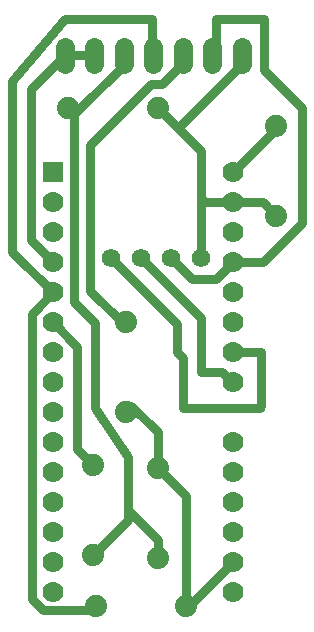
<source format=gtl>
G04 Layer: TopLayer*
G04 EasyEDA v6.4.25, 2022-02-05T13:35:09+01:00*
G04 1f559c24abfb2adb4286a3190d27404d,956263b731bf459f90372ec277b1d7cd,10*
G04 Gerber Generator version 0.2*
G04 Scale: 100 percent, Rotated: No, Reflected: No *
G04 Dimensions in millimeters *
G04 leading zeros omitted , absolute positions ,4 integer and 5 decimal *
%FSLAX45Y45*%
%MOMM*%

%ADD11C,0.8000*%
%ADD12C,1.5748*%
%ADD13C,1.8796*%
%ADD14R,1.7780X1.7780*%
%ADD15C,1.7780*%
%ADD16C,1.6000*%

%LPD*%
D11*
X1787397Y-431800D02*
G01*
X1787397Y-497839D01*
X1610360Y-675639D01*
X1513839Y-675639D01*
X999489Y-1188973D01*
X999489Y-2211578D01*
X1003300Y-2425700D01*
X1270000Y-2692400D01*
X1308100Y-2692400D01*
X1790700Y-3134588D02*
G01*
X1790700Y-3416300D01*
X2438400Y-3416300D01*
X2451100Y-3403600D01*
X2451100Y-2946400D01*
X2209800Y-2946400D01*
X1816100Y-5092700D02*
G01*
X1841500Y-5092700D01*
X2209800Y-4724400D01*
X1348859Y-3397813D02*
G01*
X1574800Y-3623754D01*
X1574800Y-3924300D01*
X1323187Y-4279900D02*
G01*
X1320800Y-3835400D01*
X1041400Y-3416300D01*
X1044955Y-2700375D01*
X867054Y-2522473D01*
X867054Y-930554D01*
X1181100Y-2146000D02*
G01*
X1739900Y-2704800D01*
X1739900Y-2946400D01*
X1790700Y-2997200D01*
X1790700Y-3134588D01*
X1943100Y-2654300D02*
G01*
X1943100Y-3111500D01*
X1435100Y-2146045D02*
G01*
X1943100Y-2654300D01*
X2209800Y-3200400D02*
G01*
X2120900Y-3111500D01*
X1943100Y-3111500D01*
X1743430Y-1044930D02*
G01*
X2287397Y-500964D01*
X2287397Y-431800D01*
X2037410Y-431800D02*
G01*
X2070100Y-399110D01*
X2070100Y-127000D01*
X2476500Y-127000D01*
X2476500Y-558800D01*
X2730500Y-812800D01*
X2209800Y-2184400D02*
G01*
X2463800Y-2184400D01*
X2794000Y-1854200D01*
X2794000Y-876300D01*
X2730500Y-812800D01*
X1537411Y-431800D02*
G01*
X1524000Y-418388D01*
X1524000Y-127000D01*
X685800Y-2438400D02*
G01*
X342900Y-2095500D01*
X342900Y-2019300D01*
X342900Y-2006600D01*
X342900Y-647700D01*
X774700Y-139700D01*
X787400Y-127000D01*
X1524000Y-127000D01*
X1028700Y-4660900D02*
G01*
X1323187Y-4366412D01*
X1323187Y-4279900D01*
X1323187Y-4279900D02*
G01*
X1574800Y-4531512D01*
X1574800Y-4686300D01*
X867054Y-930554D02*
G01*
X1287398Y-510209D01*
X1287398Y-431800D01*
X867054Y-930554D02*
G01*
X812800Y-876300D01*
X2578100Y-1790700D02*
G01*
X2463800Y-1676400D01*
X2209800Y-1676400D01*
X2209800Y-1676400D02*
G01*
X1981200Y-1676400D01*
X1943100Y-1638300D01*
X1943100Y-1638300D02*
G01*
X1943100Y-2145995D01*
X1574800Y-876300D02*
G01*
X1743430Y-1044930D01*
X1743430Y-1044930D02*
G01*
X1943100Y-1244600D01*
X1943100Y-1638300D01*
X787400Y-431800D02*
G01*
X499262Y-719937D01*
X499262Y-1997862D01*
X685800Y-2184400D01*
X1037412Y-431800D02*
G01*
X787400Y-431800D01*
X1054100Y-5092700D02*
G01*
X1017904Y-5128895D01*
X601649Y-5128895D01*
X506473Y-5033721D01*
X506473Y-2617726D01*
X685800Y-2438400D01*
X2209800Y-2184400D02*
G01*
X2071494Y-2322705D01*
X1865807Y-2322705D01*
X1689100Y-2145995D01*
X685800Y-2692400D02*
G01*
X891969Y-2898569D01*
X891969Y-3762169D01*
X1028700Y-3898900D01*
X2578100Y-1028700D02*
G01*
X2578100Y-1054100D01*
X2209800Y-1422400D01*
X1574800Y-3924300D02*
G01*
X1816100Y-4165600D01*
X1816100Y-5092700D01*
D12*
G01*
X1689100Y-2146000D03*
G01*
X1435100Y-2146000D03*
G01*
X1181100Y-2146000D03*
G01*
X1943100Y-2146000D03*
D13*
G01*
X2578100Y-1028700D03*
G01*
X2578100Y-1790700D03*
G01*
X1308100Y-3454400D03*
G01*
X1308100Y-2692400D03*
G01*
X1816100Y-5092700D03*
G01*
X1054100Y-5092700D03*
G01*
X1574800Y-3924300D03*
G01*
X1574800Y-4686300D03*
G01*
X812800Y-876300D03*
G01*
X1574800Y-876300D03*
G01*
X1028700Y-3898900D03*
G01*
X1028700Y-4660900D03*
D14*
G01*
X685800Y-1422400D03*
D15*
G01*
X685800Y-1676400D03*
G01*
X685800Y-1930400D03*
G01*
X685800Y-2184400D03*
G01*
X685800Y-2438400D03*
G01*
X685800Y-2692400D03*
G01*
X685800Y-2946400D03*
G01*
X685800Y-3200400D03*
G01*
X685800Y-3454400D03*
G01*
X685800Y-3708400D03*
G01*
X685800Y-3962400D03*
G01*
X685800Y-4216400D03*
G01*
X685800Y-4470400D03*
G01*
X685800Y-4724400D03*
G01*
X685800Y-4978400D03*
G01*
X2209800Y-1422400D03*
G01*
X2209800Y-1676400D03*
G01*
X2209800Y-1930400D03*
G01*
X2209800Y-2184400D03*
G01*
X2209800Y-2438400D03*
G01*
X2209800Y-2692400D03*
G01*
X2209800Y-2946400D03*
G01*
X2209800Y-3200400D03*
G01*
X2209800Y-3708400D03*
G01*
X2209800Y-3962400D03*
G01*
X2209800Y-4216400D03*
G01*
X2209800Y-4470400D03*
G01*
X2209800Y-4724400D03*
G01*
X2209800Y-4978400D03*
D16*
X787400Y-361800D02*
G01*
X787400Y-501799D01*
X1037412Y-361800D02*
G01*
X1037412Y-501799D01*
X1287398Y-361800D02*
G01*
X1287398Y-501799D01*
X1537411Y-361800D02*
G01*
X1537411Y-501799D01*
X1787397Y-361800D02*
G01*
X1787397Y-501799D01*
X2037410Y-361800D02*
G01*
X2037410Y-501799D01*
X2287397Y-361800D02*
G01*
X2287397Y-501799D01*
M02*

</source>
